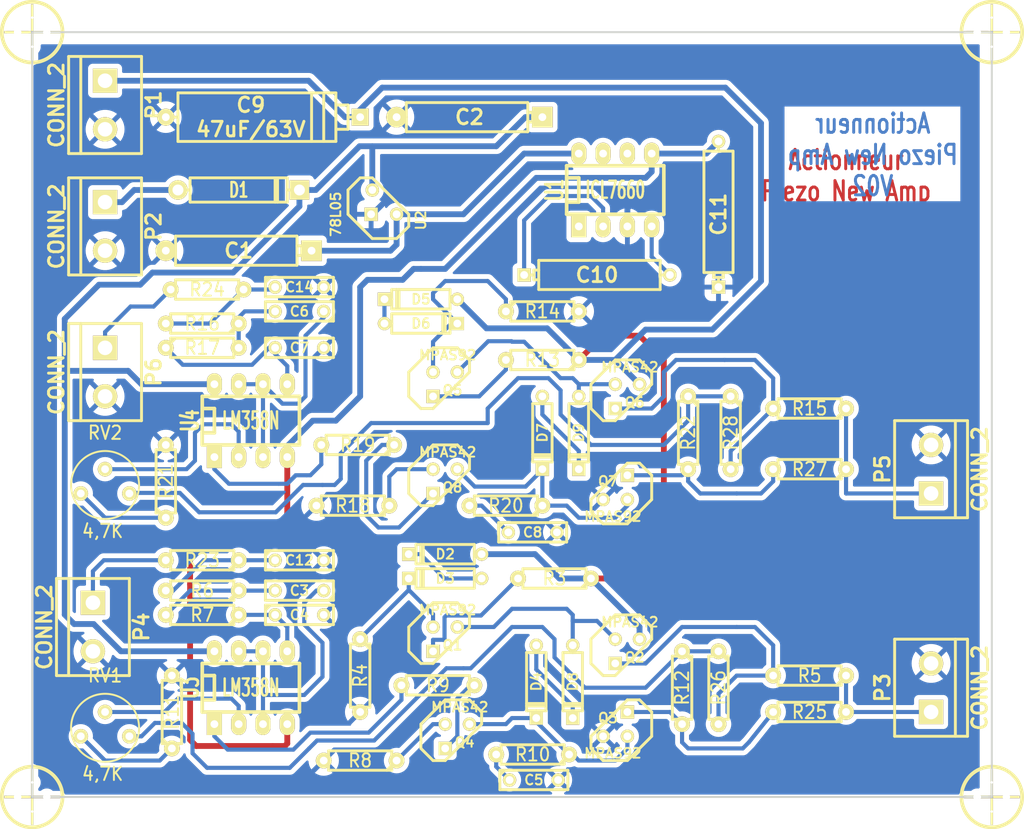
<source format=kicad_pcb>
(kicad_pcb (version 20221018) (generator pcbnew)
  (title_block (title "Actionneur_piezo"))
  (layers (0 "F.Cu" power "Composant") (31 "B.Cu" signal "Cuivre") (34 "B.Paste" user) (35 "F.Paste" user) (36 "B.SilkS" user "B.Silkscreen") (37 "F.SilkS" user "F.Silkscreen") (38 "B.Mask" user) (39 "F.Mask" user) (44 "Edge.Cuts" user))
  (net 0 "")
  (net 1 "+12V")
  (net 2 "-VAA")
  (net 3 "/12Vext")
  (net 4 "/ampli_h1")
  (net 5 "/ampli_h2")
  (net 6 "/ampli_h3")
  (net 7 "/ampli_h4")
  (net 8 "/ampli_h5")
  (net 9 "/ampli_h6")
  (net 10 "/ampli_h7")
  (net 11 "/ampli_h8")
  (net 12 "GND")
  (net 13 "HT")
  (net 14 "N-000005")
  (net 15 "N-000010")
  (net 16 "N-000011")
  (net 17 "N-000012")
  (net 18 "N-000013")
  (net 19 "N-000014")
  (net 20 "N-000015")
  (net 21 "N-000016")
  (net 22 "N-000017")
  (net 23 "N-000018")
  (net 24 "N-000019")
  (net 25 "N-000020")
  (net 26 "N-000021")
  (net 27 "N-000022")
  (net 28 "N-000023")
  (net 29 "N-000024")
  (net 30 "N-000025")
  (net 31 "N-000026")
  (net 32 "N-000027")
  (net 33 "N-000032")
  (net 34 "N-000033")
  (net 35 "N-000034")
  (net 36 "N-000035")
  (net 37 "N-000036")
  (net 38 "N-000037")
  (net 39 "N-000038")
  (net 40 "N-000039")
  (net 41 "N-000040")
  (net 42 "N-000041")
  (net 43 "N-000042")
  (net 44 "N-000043")
  (net 45 "N-000044")
  (net 46 "N-000045")
  (net 47 "N-000046")
  (net 48 "N-000047")
  (net 49 "N-000048")
  (net 50 "VCC")
  (footprint "bornier2" (layer "F.Cu") (at 95.885 59.436 -90)
    (fp_text reference "P1")
    (fp_text value "CONN_2")
  )
  (footprint "bornier2" (layer "F.Cu") (at 182.245 120.396 90)
    (fp_text reference "P3")
    (fp_text value "CONN_2")
  )
  (footprint "C2" (layer "F.Cu") (at 140.589 104.14)
    (fp_text reference "C8")
    (fp_text value "820pF" hide)
  )
  (footprint "C2" (layer "F.Cu") (at 116.205 112.776)
    (fp_text reference "C4")
    (fp_text value "4,7nF" hide)
  )
  (footprint "CP6" (layer "F.Cu") (at 133.985 60.706 180)
    (fp_text reference "C2")
    (fp_text value "47uF/20V" hide)
  )
  (footprint "CP8" (layer "F.Cu") (at 112.395 60.706 180)
    (fp_text reference "C9")
    (fp_text value "47uF/63V")
  )
  (footprint "C2" (layer "F.Cu") (at 140.716 130.048)
    (fp_text reference "C5")
    (fp_text value "820pF" hide)
  )
  (footprint "C2" (layer "F.Cu") (at 116.205 110.236 180)
    (fp_text reference "C3")
    (fp_text value "15nF" hide)
  )
  (footprint "C2" (layer "F.Cu") (at 116.205 81.026 180)
    (fp_text reference "C6")
    (fp_text value "15nF" hide)
  )
  (footprint "CP6" (layer "F.Cu") (at 109.855 74.676 180)
    (fp_text reference "C1")
    (fp_text value "47uF" hide)
  )
  (footprint "C2" (layer "F.Cu") (at 116.205 84.836)
    (fp_text reference "C7")
    (fp_text value "4,7nF" hide)
  )
  (footprint "D3" (layer "F.Cu") (at 128.905 82.296)
    (fp_text reference "D6")
    (fp_text value "1N4148" hide)
  )
  (footprint "D3" (layer "F.Cu") (at 140.97 119.761 -90)
    (fp_text reference "D4")
    (fp_text value "1N4148" hide)
  )
  (footprint "D3" (layer "F.Cu") (at 131.445 108.966 180)
    (fp_text reference "D3")
    (fp_text value "1N4148" hide)
  )
  (footprint "D3" (layer "F.Cu") (at 131.445 106.426 180)
    (fp_text reference "D2")
    (fp_text value "1N4148" hide)
  )
  (footprint "D5" (layer "F.Cu") (at 109.855 68.326)
    (fp_text reference "D1")
    (fp_text value "1N4007" hide)
  )
  (footprint "D3" (layer "F.Cu") (at 141.605 93.726 -90)
    (fp_text reference "D7")
    (fp_text value "1N4148" hide)
  )
  (footprint "D3" (layer "F.Cu") (at 128.905 79.756 180)
    (fp_text reference "D5")
    (fp_text value "1N4148" hide)
  )
  (footprint "LM78LXX" (layer "F.Cu") (at 125.095 69.596 90)
    (fp_text reference "U2")
    (fp_text value "78L05")
  )
  (footprint "R3-LARGE_PADS" (layer "F.Cu") (at 156.21 120.396 -90)
    (fp_text reference "R12")
    (fp_text value "220K" hide)
  )
  (footprint "R3-LARGE_PADS" (layer "F.Cu") (at 106.045 84.836)
    (fp_text reference "R17")
    (fp_text value "22K" hide)
  )
  (footprint "R3-LARGE_PADS" (layer "F.Cu") (at 142.875 108.966 180)
    (fp_text reference "R3")
    (fp_text value "470" hide)
  )
  (footprint "R3-LARGE_PADS" (layer "F.Cu") (at 121.793 101.346 180)
    (fp_text reference "R18")
    (fp_text value "1K" hide)
  )
  (footprint "R3-LARGE_PADS" (layer "F.Cu") (at 169.545 119.126 180)
    (fp_text reference "R5")
    (fp_text value "47" hide)
  )
  (footprint "R3-LARGE_PADS" (layer "F.Cu") (at 122.555 128.016 180)
    (fp_text reference "R8")
    (fp_text value "1K" hide)
  )
  (footprint "R3-LARGE_PADS" (layer "F.Cu") (at 141.605 86.106 180)
    (fp_text reference "R13")
    (fp_text value "470" hide)
  )
  (footprint "R3-LARGE_PADS" (layer "F.Cu") (at 156.845 93.726 -90)
    (fp_text reference "R22")
    (fp_text value "220K" hide)
  )
  (footprint "R3-LARGE_PADS" (layer "F.Cu") (at 102.87 122.936 90)
    (fp_text reference "R11")
    (fp_text value "4,7K" hide)
  )
  (footprint "R3-LARGE_PADS" (layer "F.Cu") (at 106.045 110.236 180)
    (fp_text reference "R6")
    (fp_text value "22K" hide)
  )
  (footprint "R3-LARGE_PADS" (layer "F.Cu") (at 102.235 98.806 90)
    (fp_text reference "R21")
    (fp_text value "4,7K" hide)
  )
  (footprint "R3-LARGE_PADS" (layer "F.Cu") (at 106.045 82.296 180)
    (fp_text reference "R16")
    (fp_text value "22K" hide)
  )
  (footprint "R3-LARGE_PADS" (layer "F.Cu") (at 122.301 94.996 180)
    (fp_text reference "R19")
    (fp_text value "1K" hide)
  )
  (footprint "R3-LARGE_PADS" (layer "F.Cu") (at 140.589 127.381 180)
    (fp_text reference "R10")
    (fp_text value "5,6K" hide)
  )
  (footprint "R3-LARGE_PADS" (layer "F.Cu") (at 137.795 101.346 180)
    (fp_text reference "R20")
    (fp_text value "5,6K" hide)
  )
  (footprint "R3-LARGE_PADS" (layer "F.Cu") (at 122.555 119.126 -90)
    (fp_text reference "R4")
    (fp_text value "220K" hide)
  )
  (footprint "R3-LARGE_PADS" (layer "F.Cu") (at 106.045 112.776 180)
    (fp_text reference "R7")
    (fp_text value "22K" hide)
  )
  (footprint "TO92-CBE" (layer "F.Cu") (at 149.225 124.206 180)
    (fp_text reference "Q3")
    (fp_text value "MPAS92")
  )
  (footprint "TO92-CBE" (layer "F.Cu") (at 131.445 88.646)
    (fp_text reference "Q5")
    (fp_text value "MPAS92")
  )
  (footprint "TO92-CBE" (layer "F.Cu") (at 149.225 99.441 180)
    (fp_text reference "Q7")
    (fp_text value "MPAS92")
  )
  (footprint "TO92-CBE" (layer "F.Cu") (at 150.495 89.916)
    (fp_text reference "Q6")
    (fp_text value "MPAS42")
  )
  (footprint "TO92-CBE" (layer "F.Cu") (at 131.445 115.316)
    (fp_text reference "Q1")
    (fp_text value "MPAS92")
  )
  (footprint "TO92-CBE" (layer "F.Cu") (at 150.495 116.586)
    (fp_text reference "Q2")
    (fp_text value "MPAS42")
  )
  (footprint "TO92-CBE" (layer "F.Cu") (at 132.715 125.476)
    (fp_text reference "Q4")
    (fp_text value "MPAS42")
  )
  (footprint "TO92-CBE" (layer "F.Cu") (at 131.445 98.806)
    (fp_text reference "Q8")
    (fp_text value "MPAS42")
  )
  (footprint "bornier2" (layer "F.Cu") (at 95.885 72.136 -90)
    (fp_text reference "P2")
    (fp_text value "CONN_2")
  )
  (footprint "DIP-8__300_ELL" (layer "F.Cu") (at 149.225 68.326)
    (fp_text reference "U1")
    (fp_text value "ICL7660")
  )
  (footprint "DIP-8__300_ELL" (layer "F.Cu") (at 111.125 92.456)
    (fp_text reference "U4")
    (fp_text value "LM358N")
  )
  (footprint "bornier2" (layer "F.Cu") (at 94.615 114.046 -90)
    (fp_text reference "P4")
    (fp_text value "CONN_2")
  )
  (footprint "bornier2" (layer "F.Cu") (at 182.245 97.536 90)
    (fp_text reference "P5")
    (fp_text value "CONN_2")
  )
  (footprint "bornier2" (layer "F.Cu") (at 95.885 87.376 -90)
    (fp_text reference "P6")
    (fp_text value "CONN_2")
  )
  (footprint "DIP-8__300_ELL" (layer "F.Cu") (at 111.125 120.396)
    (fp_text reference "U3")
    (fp_text value "LM358N")
  )
  (footprint "R3-LARGE_PADS" (layer "F.Cu") (at 130.683 120.142 180)
    (fp_text reference "R9")
    (fp_text value "1K" hide)
  )
  (footprint "R3-LARGE_PADS" (layer "F.Cu") (at 169.545 91.186 180)
    (fp_text reference "R15")
    (fp_text value "47" hide)
  )
  (footprint "RV2" (layer "F.Cu") (at 95.885 124.206)
    (fp_text reference "RV1")
    (fp_text value "4,7K")
  )
  (footprint "RV2" (layer "F.Cu") (at 95.885 98.806)
    (fp_text reference "RV2")
    (fp_text value "4,7K")
  )
  (footprint "MIRE" (layer "F.Cu") (at 188.595 51.816)
    (fp_text reference "MIRE" hide)
    (fp_text value "*" hide)
  )
  (footprint "MIRE" (layer "F.Cu") (at 88.265 51.816)
    (fp_text reference "MIRE" hide)
    (fp_text value "*" hide)
  )
  (footprint "MIRE" (layer "F.Cu") (at 88.265 131.826)
    (fp_text reference "MIRE" hide)
    (fp_text value "*" hide)
  )
  (footprint "MIRE" (layer "F.Cu") (at 188.595 131.826)
    (fp_text reference "MIRE" hide)
    (fp_text value "*" hide)
  )
  (footprint "CP6" (layer "F.Cu") (at 147.32 77.216)
    (fp_text reference "C10")
    (fp_text value "10uF" hide)
  )
  (footprint "CP6" (layer "F.Cu") (at 160.02 70.866 90)
    (fp_text reference "C11")
    (fp_text value "10uF" hide)
  )
  (footprint "R3-LARGE_PADS" (layer "F.Cu") (at 141.605 81.026)
    (fp_text reference "R14")
    (fp_text value "220K" hide)
  )
  (footprint "C2" (layer "F.Cu") (at 116.205 78.486)
    (fp_text reference "C14")
    (fp_text value "150nF" hide)
  )
  (footprint "C2" (layer "F.Cu") (at 116.205 107.061)
    (fp_text reference "C12")
    (fp_text value "150nF" hide)
  )
  (footprint "R3-LARGE_PADS" (layer "F.Cu") (at 106.045 107.061 180)
    (fp_text reference "R23")
    (fp_text value "1K" hide)
  )
  (footprint "R3-LARGE_PADS" (layer "F.Cu") (at 106.553 78.74 180)
    (fp_text reference "R24")
    (fp_text value "1K" hide)
  )
  (footprint "D3" (layer "F.Cu") (at 145.415 93.726 -90)
    (fp_text reference "D9")
    (fp_text value "1N4148" hide)
  )
  (footprint "D3" (layer "F.Cu") (at 144.78 119.761 -90)
    (fp_text reference "D8")
    (fp_text value "1N4148" hide)
  )
  (footprint "R3-LARGE_PADS" (layer "F.Cu") (at 169.545 122.936 180)
    (fp_text reference "R25")
    (fp_text value "47" hide)
  )
  (footprint "R3-LARGE_PADS" (layer "F.Cu") (at 160.02 120.396 -90)
    (fp_text reference "R26")
    (fp_text value "220K" hide)
  )
  (footprint "R3-LARGE_PADS" (layer "F.Cu") (at 169.545 97.536 180)
    (fp_text reference "R27")
    (fp_text value "47" hide)
  )
  (footprint "R3-LARGE_PADS" (layer "F.Cu") (at 161.29 93.726 -90)
    (fp_text reference "R28")
    (fp_text value "220K" hide)
  )
  (gr_line (start 88.265 131.826) (end 88.265 51.816) (stroke (width 0.2032)) (layer "Edge.Cuts"))
  (gr_line (start 188.595 131.826) (end 88.265 131.826) (stroke (width 0.2032)) (layer "Edge.Cuts"))
  (gr_line (start 88.265 51.816) (end 188.595 51.816) (stroke (width 0.2032)) (layer "Edge.Cuts"))
  (gr_line (start 188.595 51.816) (end 188.595 131.826) (stroke (width 0.2032)) (layer "Edge.Cuts"))
  (gr_text "Actionneur\nPiezo New Amp\nV02" (at 173.355 68.453) (layer "F.Cu") (effects (font (size 2.032 1.524) (thickness 0.3048))))
  (gr_text "Actionneur\nPiezo New Amp\nV02" (at 176.149 64.643) (layer "B.Cu") (effects (font (size 2.032 1.524) (thickness 0.3048)) (justify mirror)))
  (segment (start 91.6686 112.75314) (end 91.6686 87.249) (width 0.6096) (layer "B.Cu") (net 1))
  (segment (start 122.4915 63.74892) (end 123.825 63.74892) (width 0.6096) (layer "B.Cu") (net 1))
  (segment (start 91.6686 85.4837) (end 91.6686 81.8134) (width 0.6096) (layer "B.Cu") (net 1))
  (segment (start 116.205 70.03542) (end 109.27842 76.962) (width 0.6096) (layer "B.Cu") (net 1))
  (segment (start 100.838 76.962) (end 109.27842 76.962) (width 0.6096) (layer "B.Cu") (net 1))
  (segment (start 107.315 116.586) (end 97.54108 116.586) (width 0.6096) (layer "B.Cu") (net 1))
  (segment (start 91.6686 81.8134) (end 95.25 78.232) (width 0.6096) (layer "B.Cu") (net 1))
  (segment (start 117.91442 68.326) (end 122.4915 63.74892) (width 0.6096) (layer "B.Cu") (net 1))
  (segment (start 141.605 60.706) (end 139.83208 60.706) (width 0.6096) (layer "B.Cu") (net 1))
  (segment (start 95.25 78.232) (end 99.568 78.232) (width 0.6096) (layer "B.Cu") (net 1))
  (segment (start 91.6686 87.249) (end 91.6686 85.4837) (width 0.6096) (layer "B.Cu") (net 1))
  (segment (start 136.78916 63.74892) (end 139.83208 60.706) (width 0.6096) (layer "B.Cu") (net 1))
  (segment (start 123.825 68.326) (end 123.825 63.74892) (width 0.6096) (layer "B.Cu") (net 1))
  (segment (start 116.205 68.326) (end 116.205 70.03542) (width 0.6096) (layer "B.Cu") (net 1))
  (segment (start 91.6686 87.249) (end 98.298 87.249) (width 0.6096) (layer "B.Cu") (net 1))
  (segment (start 99.695 88.646) (end 107.315 88.646) (width 0.6096) (layer "B.Cu") (net 1))
  (segment (start 116.205 68.326) (end 117.91442 68.326) (width 0.6096) (layer "B.Cu") (net 1))
  (segment (start 97.54108 116.586) (end 94.68866 113.73358) (width 0.6096) (layer "B.Cu") (net 1))
  (segment (start 98.298 87.249) (end 99.695 88.646) (width 0.6096) (layer "B.Cu") (net 1))
  (segment (start 123.825 63.74892) (end 136.78916 63.74892) (width 0.6096) (layer "B.Cu") (net 1))
  (segment (start 94.68866 113.73358) (end 92.64904 113.73358) (width 0.6096) (layer "B.Cu") (net 1))
  (segment (start 99.568 78.232) (end 100.838 76.962) (width 0.6096) (layer "B.Cu") (net 1))
  (segment (start 92.64904 113.73358) (end 91.6686 112.75314) (width 0.6096) (layer "B.Cu") (net 1))
  (segment (start 112.776 104.521) (end 107.061 104.521) (width 0.6096) (layer "F.Cu") (net 2))
  (segment (start 114.935 102.362) (end 112.776 104.521) (width 0.6096) (layer "F.Cu") (net 2))
  (segment (start 104.775 109.601) (end 104.775 125.857) (width 0.6096) (layer "F.Cu") (net 2))
  (segment (start 107.061 104.521) (end 104.775 106.807) (width 0.6096) (layer "F.Cu") (net 2))
  (segment (start 114.681 126.492) (end 114.935 126.238) (width 0.6096) (layer "F.Cu") (net 2))
  (segment (start 113.411 126.492) (end 105.41 126.492) (width 0.6096) (layer "F.Cu") (net 2))
  (segment (start 105.41 126.492) (end 104.775 125.857) (width 0.6096) (layer "F.Cu") (net 2))
  (segment (start 104.775 106.807) (end 104.775 109.601) (width 0.6096) (layer "F.Cu") (net 2))
  (segment (start 114.935 96.266) (end 114.935 102.108) (width 0.6096) (layer "F.Cu") (net 2))
  (segment (start 114.935 102.108) (end 114.935 102.362) (width 0.6096) (layer "F.Cu") (net 2))
  (segment (start 114.935 126.238) (end 114.935 124.206) (width 0.6096) (layer "F.Cu") (net 2))
  (segment (start 113.411 126.492) (end 114.681 126.492) (width 0.6096) (layer "F.Cu") (net 2))
  (segment (start 158.75 64.516) (end 160.02 63.246) (width 0.6096) (layer "B.Cu") (net 2))
  (segment (start 127 77.724) (end 123.317 77.724) (width 0.6096) (layer "B.Cu") (net 2))
  (segment (start 128.905 76.581) (end 131.445 76.581) (width 0.6096) (layer "B.Cu") (net 2))
  (segment (start 114.935 96.266) (end 114.935 95.123) (width 0.6096) (layer "B.Cu") (net 2))
  (segment (start 120.015 92.456) (end 122.555 89.916) (width 0.6096) (layer "B.Cu") (net 2))
  (segment (start 128.905 76.581) (end 128.143 76.581) (width 0.6096) (layer "B.Cu") (net 2))
  (segment (start 128.143 76.581) (end 127 77.724) (width 0.6096) (layer "B.Cu") (net 2))
  (segment (start 122.555 89.916) (end 122.555 78.486) (width 0.6096) (layer "B.Cu") (net 2))
  (segment (start 114.935 95.123) (end 117.602 92.456) (width 0.6096) (layer "B.Cu") (net 2))
  (segment (start 131.445 76.581) (end 140.97 67.056) (width 0.6096) (layer "B.Cu") (net 2))
  (segment (start 153.035 66.421) (end 153.035 64.516) (width 0.6096) (layer "B.Cu") (net 2))
  (segment (start 153.035 64.516) (end 158.75 64.516) (width 0.6096) (layer "B.Cu") (net 2))
  (segment (start 123.317 77.724) (end 122.555 78.486) (width 0.6096) (layer "B.Cu") (net 2))
  (segment (start 152.4 67.056) (end 153.035 66.421) (width 0.6096) (layer "B.Cu") (net 2))
  (segment (start 117.602 92.456) (end 120.015 92.456) (width 0.6096) (layer "B.Cu") (net 2))
  (segment (start 140.97 67.056) (end 152.4 67.056) (width 0.6096) (layer "B.Cu") (net 2))
  (segment (start 103.505 68.326) (end 98.92792 68.326) (width 0.6096) (layer "B.Cu") (net 3))
  (segment (start 95.885 69.596) (end 97.65792 69.596) (width 0.6096) (layer "B.Cu") (net 3))
  (segment (start 98.92792 68.326) (end 97.65792 69.596) (width 0.6096) (layer "B.Cu") (net 3))
  (segment (start 112.395 116.586) (end 109.855 116.586) (width 0.4318) (layer "B.Cu") (net 4))
  (segment (start 116.713 121.158) (end 112.395 121.158) (width 0.4318) (layer "B.Cu") (net 4))
  (segment (start 116.713 113.792) (end 118.618 115.697) (width 0.4318) (layer "B.Cu") (net 4))
  (segment (start 116.713 112.522) (end 116.713 113.792) (width 0.4318) (layer "B.Cu") (net 4))
  (segment (start 117.983 110.236) (end 116.713 111.506) (width 0.4318) (layer "B.Cu") (net 4))
  (segment (start 118.618 119.253) (end 116.713 121.158) (width 0.4318) (layer "B.Cu") (net 4))
  (segment (start 116.713 111.506) (end 116.713 112.522) (width 0.4318) (layer "B.Cu") (net 4))
  (segment (start 112.395 124.206) (end 112.395 121.158) (width 0.4318) (layer "B.Cu") (net 4))
  (segment (start 118.618 115.697) (end 118.618 119.253) (width 0.4318) (layer "B.Cu") (net 4))
  (segment (start 118.745 110.236) (end 117.983 110.236) (width 0.4318) (layer "B.Cu") (net 4))
  (segment (start 112.395 121.158) (end 112.395 116.586) (width 0.4318) (layer "B.Cu") (net 4))
  (segment (start 114.427 90.678) (end 112.395 88.646) (width 0.4318) (layer "B.Cu") (net 5))
  (segment (start 112.395 88.646) (end 112.395 96.266) (width 0.4318) (layer "B.Cu") (net 5))
  (segment (start 116.84 89.916) (end 116.078 90.678) (width 0.4318) (layer "B.Cu") (net 5))
  (segment (start 118.745 81.661) (end 116.84 83.566) (width 0.4318) (layer "B.Cu") (net 5))
  (segment (start 116.078 90.678) (end 114.427 90.678) (width 0.4318) (layer "B.Cu") (net 5))
  (segment (start 118.745 81.026) (end 118.745 81.661) (width 0.4318) (layer "B.Cu") (net 5))
  (segment (start 116.84 83.566) (end 116.84 89.916) (width 0.4318) (layer "B.Cu") (net 5))
  (segment (start 109.855 88.646) (end 112.395 88.646) (width 0.4318) (layer "B.Cu") (net 5))
  (segment (start 173.355 122.936) (end 173.355 119.126) (width 0.4318) (layer "B.Cu") (net 6))
  (segment (start 173.355 122.936) (end 182.245 122.936) (width 0.4318) (layer "B.Cu") (net 6))
  (segment (start 94.615 111.506) (end 94.615 108.204) (width 0.4318) (layer "B.Cu") (net 7))
  (segment (start 95.758 107.061) (end 102.235 107.061) (width 0.4318) (layer "B.Cu") (net 7))
  (segment (start 94.615 108.204) (end 95.758 107.061) (width 0.4318) (layer "B.Cu") (net 7))
  (segment (start 173.355 97.536) (end 173.355 100.076) (width 0.4318) (layer "B.Cu") (net 8))
  (segment (start 173.355 97.536) (end 173.355 91.186) (width 0.4318) (layer "B.Cu") (net 8))
  (segment (start 173.355 100.076) (end 182.245 100.076) (width 0.4318) (layer "B.Cu") (net 8))
  (segment (start 98.552 80.518) (end 100.965 80.518) (width 0.4318) (layer "B.Cu") (net 9))
  (segment (start 100.965 80.518) (end 102.743 78.74) (width 0.4318) (layer "B.Cu") (net 9))
  (segment (start 95.885 83.185) (end 98.552 80.518) (width 0.4318) (layer "B.Cu") (net 9))
  (segment (start 95.885 84.836) (end 95.885 83.185) (width 0.4318) (layer "B.Cu") (net 9))
  (segment (start 103.886 124.079) (end 105.029 125.222) (width 0.4318) (layer "B.Cu") (net 10))
  (segment (start 133.35 118.364) (end 134.112 118.364) (width 0.4318) (layer "B.Cu") (net 10))
  (segment (start 101.092 124.079) (end 103.886 124.079) (width 0.4318) (layer "B.Cu") (net 10))
  (segment (start 142.875 117.221) (end 146.05 120.396) (width 0.4318) (layer "B.Cu") (net 10))
  (segment (start 124.0155 125.9205) (end 131.572 118.364) (width 0.4318) (layer "B.Cu") (net 10))
  (segment (start 98.425 125.476) (end 99.695 125.476) (width 0.4318) (layer "B.Cu") (net 10))
  (segment (start 131.572 118.364) (end 133.35 118.364) (width 0.4318) (layer "B.Cu") (net 10))
  (segment (start 99.695 125.476) (end 101.092 124.079) (width 0.4318) (layer "B.Cu") (net 10))
  (segment (start 142.875 115.316) (end 142.875 117.221) (width 0.4318) (layer "B.Cu") (net 10))
  (segment (start 152.4 120.396) (end 146.05 120.396) (width 0.4318) (layer "B.Cu") (net 10))
  (segment (start 141.605 114.046) (end 142.875 115.316) (width 0.4318) (layer "B.Cu") (net 10))
  (segment (start 138.43 114.046) (end 141.605 114.046) (width 0.4318) (layer "B.Cu") (net 10))
  (segment (start 118.0465 125.9205) (end 117.221 126.746) (width 0.4318) (layer "B.Cu") (net 10))
  (segment (start 115.189 128.778) (end 106.553 128.778) (width 0.4318) (layer "B.Cu") (net 10))
  (segment (start 117.221 126.746) (end 115.189 128.778) (width 0.4318) (layer "B.Cu") (net 10))
  (segment (start 106.553 128.778) (end 105.029 127.254) (width 0.4318) (layer "B.Cu") (net 10))
  (segment (start 152.4 120.396) (end 156.21 116.586) (width 0.4318) (layer "B.Cu") (net 10))
  (segment (start 105.029 125.222) (end 105.029 127.254) (width 0.4318) (layer "B.Cu") (net 10))
  (segment (start 124.0155 125.9205) (end 118.0465 125.9205) (width 0.4318) (layer "B.Cu") (net 10))
  (segment (start 134.112 118.364) (end 138.43 114.046) (width 0.4318) (layer "B.Cu") (net 10))
  (segment (start 160.02 116.586) (end 156.21 116.586) (width 0.4318) (layer "B.Cu") (net 10))
  (segment (start 116.586 99.187) (end 116.078 99.695) (width 0.4318) (layer "B.Cu") (net 11))
  (segment (start 135.89 91.186) (end 139.065 88.011) (width 0.4318) (layer "B.Cu") (net 11))
  (segment (start 118.618 99.187) (end 119.888 99.187) (width 0.4318) (layer "B.Cu") (net 11))
  (segment (start 135.89 92.71) (end 135.89 91.186) (width 0.4318) (layer "B.Cu") (net 11))
  (segment (start 98.48596 100.01504) (end 103.69804 100.01504) (width 0.4318) (layer "B.Cu") (net 11))
  (segment (start 156.845 89.916) (end 161.29 89.916) (width 0.4318) (layer "B.Cu") (net 11))
  (segment (start 135.89 92.71) (end 123.698 92.71) (width 0.4318) (layer "B.Cu") (net 11))
  (segment (start 118.618 99.187) (end 116.586 99.187) (width 0.4318) (layer "B.Cu") (net 11))
  (segment (start 143.51 89.281) (end 143.51 91.821) (width 0.4318) (layer "B.Cu") (net 11))
  (segment (start 123.698 92.71) (end 120.523 95.885) (width 0.4318) (layer "B.Cu") (net 11))
  (segment (start 113.7285 102.0445) (end 116.078 99.695) (width 0.4318) (layer "B.Cu") (net 11))
  (segment (start 156.845 89.916) (end 156.845 92.456) (width 0.4318) (layer "B.Cu") (net 11))
  (segment (start 120.523 95.885) (end 120.523 98.552) (width 0.4318) (layer "B.Cu") (net 11))
  (segment (start 119.888 99.187) (end 120.523 98.552) (width 0.4318) (layer "B.Cu") (net 11))
  (segment (start 105.7275 102.0445) (end 103.69804 100.01504) (width 0.4318) (layer "B.Cu") (net 11))
  (segment (start 105.7275 102.0445) (end 113.7285 102.0445) (width 0.4318) (layer "B.Cu") (net 11))
  (segment (start 156.845 92.456) (end 154.305 94.996) (width 0.4318) (layer "B.Cu") (net 11))
  (segment (start 142.24 88.011) (end 143.51 89.281) (width 0.4318) (layer "B.Cu") (net 11))
  (segment (start 139.065 88.011) (end 142.24 88.011) (width 0.4318) (layer "B.Cu") (net 11))
  (segment (start 143.51 91.821) (end 146.685 94.996) (width 0.4318) (layer "B.Cu") (net 11))
  (segment (start 154.305 94.996) (end 146.685 94.996) (width 0.4318) (layer "B.Cu") (net 11))
  (segment (start 98.425 100.076) (end 98.48596 100.01504) (width 0.4318) (layer "B.Cu") (net 11))
  (segment (start 123.698 70.866) (end 123.825 70.866) (width 0.6096) (layer "B.Cu") (net 12))
  (segment (start 123.825 70.866) (end 125.73 68.961) (width 0.6096) (layer "B.Cu") (net 12))
  (segment (start 151.765 68.961) (end 156.21 68.961) (width 0.6096) (layer "B.Cu") (net 12))
  (segment (start 150.495 72.136) (end 150.495 70.231) (width 0.6096) (layer "B.Cu") (net 12))
  (segment (start 160.02 72.771) (end 160.02 78.486) (width 0.6096) (layer "B.Cu") (net 12))
  (segment (start 156.21 68.961) (end 160.02 72.771) (width 0.6096) (layer "B.Cu") (net 12))
  (segment (start 150.495 70.231) (end 151.765 68.961) (width 0.6096) (layer "B.Cu") (net 12))
  (segment (start 154.305 106.426) (end 151.765 108.966) (width 0.6096) (layer "F.Cu") (net 13))
  (segment (start 151.765 108.966) (end 146.685 108.966) (width 0.6096) (layer "F.Cu") (net 13))
  (segment (start 154.305 86.106) (end 154.305 106.426) (width 0.6096) (layer "F.Cu") (net 13))
  (segment (start 147.955 83.566) (end 151.765 83.566) (width 0.6096) (layer "F.Cu") (net 13))
  (segment (start 151.765 83.566) (end 154.305 86.106) (width 0.6096) (layer "F.Cu") (net 13))
  (segment (start 145.415 86.106) (end 147.955 83.566) (width 0.6096) (layer "F.Cu") (net 13))
  (segment (start 164.465 61.341) (end 164.465 77.851) (width 0.6096) (layer "B.Cu") (net 13))
  (segment (start 142.11046 82.80146) (end 145.415 86.106) (width 0.6096) (layer "B.Cu") (net 13))
  (segment (start 122.555 60.706) (end 121.76506 60.706) (width 0.6096) (layer "B.Cu") (net 13))
  (segment (start 124.8537 57.61736) (end 160.74136 57.61736) (width 0.6096) (layer "B.Cu") (net 13))
  (segment (start 117.16258 56.896) (end 95.885 56.896) (width 0.6096) (layer "B.Cu") (net 13))
  (segment (start 160.74136 57.61736) (end 164.465 61.341) (width 0.6096) (layer "B.Cu") (net 13))
  (segment (start 135.76046 82.80146) (end 142.11046 82.80146) (width 0.6096) (layer "B.Cu") (net 13))
  (segment (start 140.843 106.426) (end 143.383 108.966) (width 0.6096) (layer "B.Cu") (net 13))
  (segment (start 143.383 108.966) (end 146.685 108.966) (width 0.6096) (layer "B.Cu") (net 13))
  (segment (start 151.765 88.646) (end 149.225 86.106) (width 0.6096) (layer "B.Cu") (net 13))
  (segment (start 151.765 114.04854) (end 150.93696 113.21542) (width 0.6096) (layer "B.Cu") (net 13))
  (segment (start 151.765 115.316) (end 151.765 114.04854) (width 0.6096) (layer "B.Cu") (net 13))
  (segment (start 140.716 106.426) (end 140.843 106.426) (width 0.6096) (layer "B.Cu") (net 13))
  (segment (start 121.76506 60.706) (end 124.8537 57.61736) (width 0.6096) (layer "B.Cu") (net 13))
  (segment (start 132.715 79.756) (end 135.76046 82.80146) (width 0.6096) (layer "B.Cu") (net 13))
  (segment (start 149.225 86.106) (end 145.415 86.106) (width 0.6096) (layer "B.Cu") (net 13))
  (segment (start 146.685 108.966) (end 150.93696 113.21542) (width 0.6096) (layer "B.Cu") (net 13))
  (segment (start 121.76506 60.706) (end 120.97258 60.706) (width 0.6096) (layer "B.Cu") (net 13))
  (segment (start 159.385 82.931) (end 152.4 82.931) (width 0.6096) (layer "B.Cu") (net 13))
  (segment (start 164.465 77.851) (end 159.385 82.931) (width 0.6096) (layer "B.Cu") (net 13))
  (segment (start 152.4 82.931) (end 149.225 86.106) (width 0.6096) (layer "B.Cu") (net 13))
  (segment (start 135.255 106.426) (end 140.716 106.426) (width 0.6096) (layer "B.Cu") (net 13))
  (segment (start 120.97258 60.706) (end 117.16258 56.896) (width 0.6096) (layer "B.Cu") (net 13))
  (segment (start 153.035 75.311) (end 154.94 77.216) (width 0.4318) (layer "B.Cu") (net 14))
  (segment (start 153.035 72.136) (end 153.035 75.311) (width 0.4318) (layer "B.Cu") (net 14))
  (segment (start 142.24 68.961) (end 146.685 68.961) (width 0.4318) (layer "B.Cu") (net 15))
  (segment (start 146.685 68.961) (end 147.955 70.231) (width 0.4318) (layer "B.Cu") (net 15))
  (segment (start 139.7 77.216) (end 139.7 71.501) (width 0.4318) (layer "B.Cu") (net 15))
  (segment (start 147.955 70.231) (end 147.955 72.136) (width 0.4318) (layer "B.Cu") (net 15))
  (segment (start 139.7 71.501) (end 142.24 68.961) (width 0.4318) (layer "B.Cu") (net 15))
  (segment (start 134.493 120.142) (end 134.112 120.142) (width 0.4318) (layer "B.Cu") (net 16))
  (segment (start 132.715 121.539) (end 132.715 125.476) (width 0.4318) (layer "B.Cu") (net 16))
  (segment (start 134.112 120.142) (end 132.715 121.539) (width 0.4318) (layer "B.Cu") (net 16))
  (segment (start 132.715 125.476) (end 131.445 126.746) (width 0.4318) (layer "B.Cu") (net 16))
  (segment (start 135.255 108.966) (end 131.37642 108.966) (width 0.4318) (layer "B.Cu") (net 17))
  (segment (start 131.37642 108.966) (end 128.83642 106.426) (width 0.4318) (layer "B.Cu") (net 17))
  (segment (start 127.635 106.426) (end 128.83642 106.426) (width 0.4318) (layer "B.Cu") (net 17))
  (segment (start 102.235 112.776) (end 104.775 110.236) (width 0.4318) (layer "B.Cu") (net 18))
  (segment (start 113.665 110.236) (end 109.855 110.236) (width 0.4318) (layer "B.Cu") (net 18))
  (segment (start 104.775 110.236) (end 109.855 110.236) (width 0.4318) (layer "B.Cu") (net 18))
  (segment (start 106.172 107.061) (end 109.855 107.061) (width 0.4318) (layer "B.Cu") (net 19))
  (segment (start 102.235 110.236) (end 102.997 110.236) (width 0.4318) (layer "B.Cu") (net 19))
  (segment (start 102.997 110.236) (end 106.172 107.061) (width 0.4318) (layer "B.Cu") (net 19))
  (segment (start 109.855 107.061) (end 113.665 107.061) (width 0.4318) (layer "B.Cu") (net 19))
  (segment (start 136.779 127.381) (end 136.779 128.651) (width 0.4318) (layer "B.Cu") (net 20))
  (segment (start 136.779 128.651) (end 138.176 130.048) (width 0.4318) (layer "B.Cu") (net 20))
  (segment (start 156.21 114.046) (end 152.4 117.856) (width 0.4318) (layer "B.Cu") (net 21))
  (segment (start 165.735 115.951) (end 163.83 114.046) (width 0.4318) (layer "B.Cu") (net 21))
  (segment (start 161.925 119.126) (end 165.735 119.126) (width 0.4318) (layer "B.Cu") (net 21))
  (segment (start 161.925 114.046) (end 156.21 114.046) (width 0.4318) (layer "B.Cu") (net 21))
  (segment (start 152.4 117.856) (end 149.225 117.856) (width 0.4318) (layer "B.Cu") (net 21))
  (segment (start 165.735 119.126) (end 165.735 115.951) (width 0.4318) (layer "B.Cu") (net 21))
  (segment (start 163.83 114.046) (end 161.925 114.046) (width 0.4318) (layer "B.Cu") (net 21))
  (segment (start 160.02 124.206) (end 160.02 121.031) (width 0.4318) (layer "B.Cu") (net 21))
  (segment (start 160.02 121.031) (end 161.925 119.126) (width 0.4318) (layer "B.Cu") (net 21))
  (segment (start 150.495 122.936) (end 154.94 122.936) (width 0.4318) (layer "B.Cu") (net 22))
  (segment (start 163.195 126.111) (end 165.735 122.936) (width 0.4318) (layer "B.Cu") (net 22))
  (segment (start 156.21 126.111) (end 156.845 126.746) (width 0.4318) (layer "B.Cu") (net 22))
  (segment (start 154.94 122.936) (end 156.21 124.206) (width 0.4318) (layer "B.Cu") (net 22))
  (segment (start 162.56 126.746) (end 163.195 126.111) (width 0.4318) (layer "B.Cu") (net 22))
  (segment (start 156.845 126.746) (end 162.56 126.746) (width 0.4318) (layer "B.Cu") (net 22))
  (segment (start 156.21 124.206) (end 156.21 126.111) (width 0.4318) (layer "B.Cu") (net 22))
  (segment (start 102.87 126.746) (end 101.6 128.016) (width 0.4318) (layer "B.Cu") (net 23))
  (segment (start 95.885 128.016) (end 101.6 128.016) (width 0.4318) (layer "B.Cu") (net 23))
  (segment (start 93.345 125.476) (end 95.885 128.016) (width 0.4318) (layer "B.Cu") (net 23))
  (segment (start 130.175 112.70742) (end 130.175 114.046) (width 0.4318) (layer "B.Cu") (net 24))
  (segment (start 122.555 115.316) (end 122.555 115.24742) (width 0.4318) (layer "B.Cu") (net 24))
  (segment (start 122.555 115.24742) (end 127.635 110.16742) (width 0.4318) (layer "B.Cu") (net 24))
  (segment (start 127.635 108.966) (end 127.635 110.16742) (width 0.4318) (layer "B.Cu") (net 24))
  (segment (start 127.635 110.16742) (end 130.175 112.70742) (width 0.4318) (layer "B.Cu") (net 24))
  (segment (start 130.175 124.206) (end 131.445 124.206) (width 0.4318) (layer "B.Cu") (net 25))
  (segment (start 126.365 128.016) (end 130.175 124.206) (width 0.4318) (layer "B.Cu") (net 25))
  (segment (start 115.57 126.873) (end 108.712 126.873) (width 0.4318) (layer "B.Cu") (net 26))
  (segment (start 107.315 125.476) (end 107.315 124.206) (width 0.4318) (layer "B.Cu") (net 26))
  (segment (start 126.873 121.666) (end 126.873 120.142) (width 0.4318) (layer "B.Cu") (net 26))
  (segment (start 116.5225 125.9205) (end 117.348 125.095) (width 0.4318) (layer "B.Cu") (net 26))
  (segment (start 117.348 125.095) (end 123.444 125.095) (width 0.4318) (layer "B.Cu") (net 26))
  (segment (start 123.444 125.095) (end 126.873 121.666) (width 0.4318) (layer "B.Cu") (net 26))
  (segment (start 108.712 126.873) (end 107.315 125.476) (width 0.4318) (layer "B.Cu") (net 26))
  (segment (start 116.5225 125.9205) (end 115.57 126.873) (width 0.4318) (layer "B.Cu") (net 26))
  (segment (start 103.505 121.539) (end 109.093 121.539) (width 0.4318) (layer "B.Cu") (net 27))
  (segment (start 109.855 122.301) (end 109.855 124.206) (width 0.4318) (layer "B.Cu") (net 27))
  (segment (start 109.093 121.539) (end 109.855 122.301) (width 0.4318) (layer "B.Cu") (net 27))
  (segment (start 95.885 122.936) (end 102.108 122.936) (width 0.4318) (layer "B.Cu") (net 27))
  (segment (start 102.108 122.936) (end 103.505 121.539) (width 0.4318) (layer "B.Cu") (net 27))
  (segment (start 140.97 115.951) (end 140.97 118.491) (width 0.4318) (layer "B.Cu") (net 28))
  (segment (start 144.78 122.301) (end 144.78 123.571) (width 0.4318) (layer "B.Cu") (net 28))
  (segment (start 140.97 118.491) (end 144.78 122.301) (width 0.4318) (layer "B.Cu") (net 28))
  (segment (start 114.935 114.046) (end 114.935 116.586) (width 0.4318) (layer "B.Cu") (net 29))
  (segment (start 109.855 112.776) (end 113.665 112.776) (width 0.4318) (layer "B.Cu") (net 29))
  (segment (start 113.665 112.776) (end 114.935 114.046) (width 0.4318) (layer "B.Cu") (net 29))
  (segment (start 138.43 123.571) (end 140.97 123.571) (width 0.4318) (layer "B.Cu") (net 30))
  (segment (start 144.78 127.381) (end 145.415 128.016) (width 0.4318) (layer "B.Cu") (net 30))
  (segment (start 140.97 123.952) (end 144.399 127.381) (width 0.4318) (layer "B.Cu") (net 30))
  (segment (start 150.495 126.746) (end 150.495 125.476) (width 0.4318) (layer "B.Cu") (net 30))
  (segment (start 137.795 124.206) (end 138.43 123.571) (width 0.4318) (layer "B.Cu") (net 30))
  (segment (start 149.225 128.016) (end 150.495 126.746) (width 0.4318) (layer "B.Cu") (net 30))
  (segment (start 140.97 123.571) (end 140.97 123.952) (width 0.4318) (layer "B.Cu") (net 30))
  (segment (start 144.399 127.381) (end 144.78 127.381) (width 0.4318) (layer "B.Cu") (net 30))
  (segment (start 145.415 128.016) (end 149.225 128.016) (width 0.4318) (layer "B.Cu") (net 30))
  (segment (start 133.985 124.206) (end 137.795 124.206) (width 0.4318) (layer "B.Cu") (net 30))
  (segment (start 136.525 114.046) (end 132.715 114.046) (width 0.4318) (layer "B.Cu") (net 31))
  (segment (start 149.225 115.316) (end 147.32 113.411) (width 0.4318) (layer "B.Cu") (net 31))
  (segment (start 138.43 112.141) (end 136.525 114.046) (width 0.4318) (layer "B.Cu") (net 31))
  (segment (start 144.78 113.411) (end 144.78 112.776) (width 0.4318) (layer "B.Cu") (net 31))
  (segment (start 144.145 112.141) (end 138.43 112.141) (width 0.4318) (layer "B.Cu") (net 31))
  (segment (start 144.78 112.776) (end 144.145 112.141) (width 0.4318) (layer "B.Cu") (net 31))
  (segment (start 147.32 113.411) (end 144.78 113.411) (width 0.4318) (layer "B.Cu") (net 31))
  (segment (start 144.78 115.951) (end 144.78 113.411) (width 0.4318) (layer "B.Cu") (net 31))
  (segment (start 130.175 116.586) (end 130.175 115.38458) (width 0.4318) (layer "B.Cu") (net 32))
  (segment (start 131.37642 113.03254) (end 131.56692 112.84204) (width 0.4318) (layer "B.Cu") (net 32))
  (segment (start 130.175 115.38458) (end 131.2545 115.38458) (width 0.4318) (layer "B.Cu") (net 32))
  (segment (start 131.37642 115.26266) (end 131.37642 113.03254) (width 0.4318) (layer "B.Cu") (net 32))
  (segment (start 131.56692 112.84204) (end 135.18896 112.84204) (width 0.4318) (layer "B.Cu") (net 32))
  (segment (start 135.18896 112.84204) (end 139.065 108.966) (width 0.4318) (layer "B.Cu") (net 32))
  (segment (start 131.2545 115.38458) (end 131.37642 115.26266) (width 0.4318) (layer "B.Cu") (net 32))
  (segment (start 124.46 103.632) (end 126.619 103.632) (width 0.4318) (layer "B.Cu") (net 33))
  (segment (start 124.841 94.996) (end 123.19 96.647) (width 0.4318) (layer "B.Cu") (net 33))
  (segment (start 123.19 96.647) (end 123.19 102.362) (width 0.4318) (layer "B.Cu") (net 33))
  (segment (start 126.619 103.632) (end 130.175 100.076) (width 0.4318) (layer "B.Cu") (net 33))
  (segment (start 123.19 102.362) (end 124.46 103.632) (width 0.4318) (layer "B.Cu") (net 33))
  (segment (start 126.111 94.996) (end 124.841 94.996) (width 0.4318) (layer "B.Cu") (net 33))
  (segment (start 125.095 79.756) (end 125.095 82.296) (width 0.4318) (layer "B.Cu") (net 34))
  (segment (start 109.855 82.296) (end 109.855 81.661) (width 0.4318) (layer "B.Cu") (net 35))
  (segment (start 109.855 81.661) (end 110.49 81.026) (width 0.4318) (layer "B.Cu") (net 35))
  (segment (start 109.855 84.836) (end 109.855 82.296) (width 0.4318) (layer "B.Cu") (net 35))
  (segment (start 110.49 81.026) (end 113.665 81.026) (width 0.4318) (layer "B.Cu") (net 35))
  (segment (start 110.363 78.74) (end 113.411 78.74) (width 0.4318) (layer "B.Cu") (net 36))
  (segment (start 106.807 82.296) (end 110.363 78.74) (width 0.4318) (layer "B.Cu") (net 36))
  (segment (start 102.235 82.296) (end 106.807 82.296) (width 0.4318) (layer "B.Cu") (net 36))
  (segment (start 113.411 78.74) (end 113.665 78.486) (width 0.4318) (layer "B.Cu") (net 36))
  (segment (start 135.255 101.346) (end 138.049 104.14) (width 0.4318) (layer "B.Cu") (net 37))
  (segment (start 133.985 101.346) (end 135.255 101.346) (width 0.4318) (layer "B.Cu") (net 37))
  (segment (start 154.305 89.916) (end 153.035 91.186) (width 0.4318) (layer "B.Cu") (net 38))
  (segment (start 165.735 91.186) (end 165.735 88.011) (width 0.4318) (layer "B.Cu") (net 38))
  (segment (start 154.305 87.376) (end 155.575 86.106) (width 0.4318) (layer "B.Cu") (net 38))
  (segment (start 163.83 86.106) (end 160.655 86.106) (width 0.4318) (layer "B.Cu") (net 38))
  (segment (start 149.225 91.186) (end 153.035 91.186) (width 0.4318) (layer "B.Cu") (net 38))
  (segment (start 165.735 88.011) (end 163.83 86.106) (width 0.4318) (layer "B.Cu") (net 38))
  (segment (start 161.29 95.631) (end 165.735 91.186) (width 0.4318) (layer "B.Cu") (net 38))
  (segment (start 161.29 97.536) (end 161.29 95.631) (width 0.4318) (layer "B.Cu") (net 38))
  (segment (start 154.305 89.916) (end 154.305 87.376) (width 0.4318) (layer "B.Cu") (net 38))
  (segment (start 155.575 86.106) (end 160.655 86.106) (width 0.4318) (layer "B.Cu") (net 38))
  (segment (start 156.845 98.806) (end 158.115 100.076) (width 0.4318) (layer "B.Cu") (net 39))
  (segment (start 156.845 97.536) (end 156.845 98.806) (width 0.4318) (layer "B.Cu") (net 39))
  (segment (start 165.735 97.536) (end 165.735 98.806) (width 0.4318) (layer "B.Cu") (net 39))
  (segment (start 156.21 98.171) (end 156.845 97.536) (width 0.4318) (layer "B.Cu") (net 39))
  (segment (start 158.115 100.076) (end 161.925 100.076) (width 0.4318) (layer "B.Cu") (net 39))
  (segment (start 165.735 98.806) (end 164.465 100.076) (width 0.4318) (layer "B.Cu") (net 39))
  (segment (start 164.465 100.076) (end 161.925 100.076) (width 0.4318) (layer "B.Cu") (net 39))
  (segment (start 150.495 98.171) (end 156.21 98.171) (width 0.4318) (layer "B.Cu") (net 39))
  (segment (start 95.885 102.616) (end 102.235 102.616) (width 0.4318) (layer "B.Cu") (net 40))
  (segment (start 93.345 100.076) (end 95.885 102.616) (width 0.4318) (layer "B.Cu") (net 40))
  (segment (start 132.08 82.296) (end 130.175 84.201) (width 0.4318) (layer "B.Cu") (net 41))
  (segment (start 131.445 77.851) (end 130.175 79.121) (width 0.4318) (layer "B.Cu") (net 41))
  (segment (start 130.175 79.121) (end 130.175 79.756) (width 0.4318) (layer "B.Cu") (net 41))
  (segment (start 137.795 81.026) (end 137.795 79.756) (width 0.4318) (layer "B.Cu") (net 41))
  (segment (start 130.175 79.756) (end 132.715 82.296) (width 0.4318) (layer "B.Cu") (net 41))
  (segment (start 130.175 84.201) (end 130.175 87.376) (width 0.4318) (layer "B.Cu") (net 41))
  (segment (start 137.795 79.756) (end 135.89 77.851) (width 0.4318) (layer "B.Cu") (net 41))
  (segment (start 135.89 77.851) (end 131.445 77.851) (width 0.4318) (layer "B.Cu") (net 41))
  (segment (start 132.715 82.296) (end 132.08 82.296) (width 0.4318) (layer "B.Cu") (net 41))
  (segment (start 130.175 97.536) (end 126.365 97.536) (width 0.4318) (layer "B.Cu") (net 42))
  (segment (start 126.365 97.536) (end 125.603 98.298) (width 0.4318) (layer "B.Cu") (net 42))
  (segment (start 125.603 98.298) (end 125.603 101.346) (width 0.4318) (layer "B.Cu") (net 42))
  (segment (start 108.839 99.06) (end 114.046 99.06) (width 0.4318) (layer "B.Cu") (net 43))
  (segment (start 115.824 98.171) (end 114.935 99.06) (width 0.4318) (layer "B.Cu") (net 43))
  (segment (start 107.315 97.536) (end 108.839 99.06) (width 0.4318) (layer "B.Cu") (net 43))
  (segment (start 114.935 99.06) (end 115.824 98.171) (width 0.4318) (layer "B.Cu") (net 43))
  (segment (start 117.348 98.171) (end 118.491 97.028) (width 0.4318) (layer "B.Cu") (net 43))
  (segment (start 114.046 99.06) (end 114.935 99.06) (width 0.4318) (layer "B.Cu") (net 43))
  (segment (start 118.491 97.028) (end 118.491 94.996) (width 0.4318) (layer "B.Cu") (net 43))
  (segment (start 116.967 98.171) (end 115.824 98.171) (width 0.4318) (layer "B.Cu") (net 43))
  (segment (start 116.967 98.171) (end 117.348 98.171) (width 0.4318) (layer "B.Cu") (net 43))
  (segment (start 107.315 96.266) (end 107.315 97.536) (width 0.4318) (layer "B.Cu") (net 43))
  (segment (start 105.283 93.726) (end 106.172 92.837) (width 0.4318) (layer "B.Cu") (net 44))
  (segment (start 109.093 92.837) (end 109.855 93.599) (width 0.4318) (layer "B.Cu") (net 44))
  (segment (start 105.283 96.647) (end 105.283 93.726) (width 0.4318) (layer "B.Cu") (net 44))
  (segment (start 109.855 93.599) (end 109.855 96.266) (width 0.4318) (layer "B.Cu") (net 44))
  (segment (start 104.394 97.536) (end 105.283 96.647) (width 0.4318) (layer "B.Cu") (net 44))
  (segment (start 106.172 92.837) (end 109.093 92.837) (width 0.4318) (layer "B.Cu") (net 44))
  (segment (start 95.885 97.536) (end 104.394 97.536) (width 0.4318) (layer "B.Cu") (net 44))
  (segment (start 145.415 95.631) (end 145.415 97.536) (width 0.4318) (layer "B.Cu") (net 45))
  (segment (start 141.605 89.916) (end 141.605 91.821) (width 0.4318) (layer "B.Cu") (net 45))
  (segment (start 141.605 91.821) (end 145.415 95.631) (width 0.4318) (layer "B.Cu") (net 45))
  (segment (start 113.03 84.836) (end 111.252 86.614) (width 0.4318) (layer "B.Cu") (net 46))
  (segment (start 104.013 86.614) (end 102.235 84.836) (width 0.4318) (layer "B.Cu") (net 46))
  (segment (start 113.665 84.836) (end 113.03 84.836) (width 0.4318) (layer "B.Cu") (net 46))
  (segment (start 113.665 84.836) (end 113.665 85.471) (width 0.4318) (layer "B.Cu") (net 46))
  (segment (start 111.252 86.614) (end 104.013 86.614) (width 0.4318) (layer "B.Cu") (net 46))
  (segment (start 113.665 85.471) (end 114.935 86.741) (width 0.4318) (layer "B.Cu") (net 46))
  (segment (start 114.935 86.741) (end 114.935 88.646) (width 0.4318) (layer "B.Cu") (net 46))
  (segment (start 150.495 100.711) (end 150.495 101.346) (width 0.4318) (layer "B.Cu") (net 47))
  (segment (start 139.85494 99.35464) (end 134.53364 99.35464) (width 0.4318) (layer "B.Cu") (net 47))
  (segment (start 141.67358 97.536) (end 139.85494 99.35464) (width 0.4318) (layer "B.Cu") (net 47))
  (segment (start 141.605 97.536) (end 141.605 101.346) (width 0.4318) (layer "B.Cu") (net 47))
  (segment (start 150.495 101.346) (end 149.225 102.616) (width 0.4318) (layer "B.Cu") (net 47))
  (segment (start 144.145 101.346) (end 141.605 101.346) (width 0.4318) (layer "B.Cu") (net 47))
  (segment (start 134.53364 99.35464) (end 132.715 97.536) (width 0.4318) (layer "B.Cu") (net 47))
  (segment (start 141.605 97.536) (end 141.67358 97.536) (width 0.4318) (layer "B.Cu") (net 47))
  (segment (start 149.225 102.616) (end 145.415 102.616) (width 0.4318) (layer "B.Cu") (net 47))
  (segment (start 145.415 102.616) (end 144.145 101.346) (width 0.4318) (layer "B.Cu") (net 47))
  (segment (start 138.37666 84.14766) (end 135.94334 84.14766) (width 0.4318) (layer "B.Cu") (net 48))
  (segment (start 143.51 88.011) (end 139.7 84.201) (width 0.4318) (layer "B.Cu") (net 48))
  (segment (start 138.43 84.201) (end 138.37666 84.14766) (width 0.4318) (layer "B.Cu") (net 48))
  (segment (start 135.94334 84.14766) (end 132.715 87.376) (width 0.4318) (layer "B.Cu") (net 48))
  (segment (start 145.415 88.646) (end 144.78 88.011) (width 0.4318) (layer "B.Cu") (net 48))
  (segment (start 139.7 84.201) (end 138.43 84.201) (width 0.4318) (layer "B.Cu") (net 48))
  (segment (start 145.415 89.916) (end 145.415 88.646) (width 0.4318) (layer "B.Cu") (net 48))
  (segment (start 144.78 88.011) (end 143.51 88.011) (width 0.4318) (layer "B.Cu") (net 48))
  (segment (start 145.415 88.646) (end 149.225 88.646) (width 0.4318) (layer "B.Cu") (net 48))
  (segment (start 135.001 89.916) (end 137.795 87.122) (width 0.4318) (layer "B.Cu") (net 49))
  (segment (start 130.175 89.916) (end 135.001 89.916) (width 0.4318) (layer "B.Cu") (net 49))
  (segment (start 137.795 87.122) (end 137.795 86.106) (width 0.4318) (layer "B.Cu") (net 49))
  (segment (start 126.365 74.041) (end 126.365 70.866) (width 0.6096) (layer "B.Cu") (net 50))
  (segment (start 139.7 64.516) (end 145.415 64.516) (width 0.6096) (layer "B.Cu") (net 50))
  (segment (start 133.35 70.866) (end 139.7 64.516) (width 0.6096) (layer "B.Cu") (net 50))
  (segment (start 126.365 70.866) (end 133.35 70.866) (width 0.6096) (layer "B.Cu") (net 50))
  (segment (start 117.475 74.676) (end 125.73 74.676) (width 0.6096) (layer "B.Cu") (net 50))
  (segment (start 125.73 74.676) (end 126.365 74.041) (width 0.6096) (layer "B.Cu") (net 50))
  (zone (net 12) (net_name "GND") (layer "B.Cu") (connect_pads (clearance 0.508)) (min_thickness 0.254) (fill yes (thermal_gap 0.762) (thermal_bridge_width 0.508))
    (polygon (pts (xy 187.325 131.572) (xy 187.325 53.086) (xy 88.392 53.086) (xy 88.392 131.572)))
  )
)
</source>
